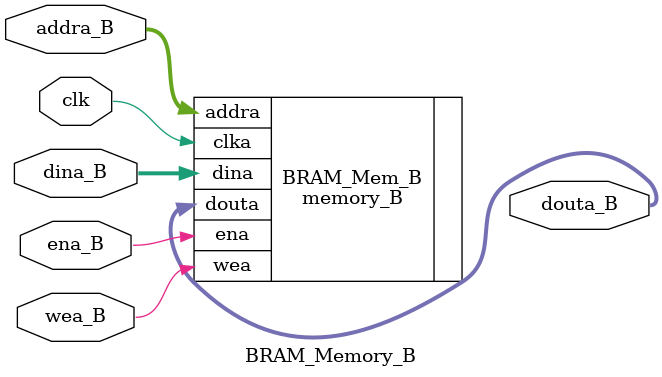
<source format=v>
`timescale 1ns / 1ps


module BRAM_Memory_B(
    input clk,
    input ena_B,
    input wea_B,
    input [4:0] addra_B,
    input [31:0] dina_B,
    output [31:0] douta_B
    );

    memory_B BRAM_Mem_B (
      .clka(clk),    // input wire clka
      .ena(ena_B),      // input wire ena
      .wea(wea_B),      // input wire [0 : 0] wea
      .addra(addra_B),  // input wire [4 : 0] addra
      .dina(dina_B),    // input wire [31 : 0] dina
      .douta(douta_B)  // output wire [31 : 0] douta
    );
endmodule

</source>
